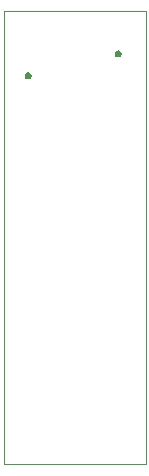
<source format=gbr>
%TF.GenerationSoftware,KiCad,Pcbnew,9.0.2*%
%TF.CreationDate,2026-02-12T21:33:36-08:00*%
%TF.ProjectId,RP2040_minimal_r2,52503230-3430-45f6-9d69-6e696d616c5f,REV2*%
%TF.SameCoordinates,Original*%
%TF.FileFunction,Profile,NP*%
%FSLAX46Y46*%
G04 Gerber Fmt 4.6, Leading zero omitted, Abs format (unit mm)*
G04 Created by KiCad (PCBNEW 9.0.2) date 2026-02-12 21:33:36*
%MOMM*%
%LPD*%
G01*
G04 APERTURE LIST*
%TA.AperFunction,Profile*%
%ADD10C,0.050000*%
%TD*%
%TA.AperFunction,Profile*%
%ADD11C,0.000000*%
%TD*%
G04 APERTURE END LIST*
D10*
X5020000Y41160000D02*
X-6980000Y41160000D01*
X-6980000Y41160000D02*
X-6980000Y37570000D01*
X5020000Y37570000D02*
X5020000Y41160000D01*
X5020000Y37570000D02*
X5020000Y2780000D01*
X5020000Y2780000D02*
X-6980000Y2780000D01*
X-6980000Y2780000D02*
X-6980000Y37570000D01*
D11*
%TA.AperFunction,Profile*%
%TO.C,1*%
G36*
X-4815195Y35962164D02*
G01*
X-4747372Y35923006D01*
X-4691994Y35867628D01*
X-4652836Y35799805D01*
X-4632567Y35724158D01*
X-4632567Y35645842D01*
X-4652836Y35570195D01*
X-4691994Y35502372D01*
X-4747372Y35446994D01*
X-4815195Y35407836D01*
X-4890842Y35387567D01*
X-4969158Y35387567D01*
X-5044805Y35407836D01*
X-5112628Y35446994D01*
X-5168006Y35502372D01*
X-5207164Y35570195D01*
X-5227433Y35645842D01*
X-5227433Y35724158D01*
X-5207164Y35799805D01*
X-5168006Y35867628D01*
X-5112628Y35923006D01*
X-5044805Y35962164D01*
X-4969158Y35982433D01*
X-4890842Y35982433D01*
X-4815195Y35962164D01*
G37*
%TD.AperFunction*%
%TA.AperFunction,Profile*%
G36*
X2804805Y37812164D02*
G01*
X2872628Y37773006D01*
X2928006Y37717628D01*
X2967164Y37649805D01*
X2987433Y37574158D01*
X2987433Y37495842D01*
X2967164Y37420195D01*
X2928006Y37352372D01*
X2872628Y37296994D01*
X2804805Y37257836D01*
X2729158Y37237567D01*
X2650842Y37237567D01*
X2575195Y37257836D01*
X2507372Y37296994D01*
X2451994Y37352372D01*
X2412836Y37420195D01*
X2392567Y37495842D01*
X2392567Y37574158D01*
X2412836Y37649805D01*
X2451994Y37717628D01*
X2507372Y37773006D01*
X2575195Y37812164D01*
X2650842Y37832433D01*
X2729158Y37832433D01*
X2804805Y37812164D01*
G37*
%TD.AperFunction*%
%TD*%
M02*

</source>
